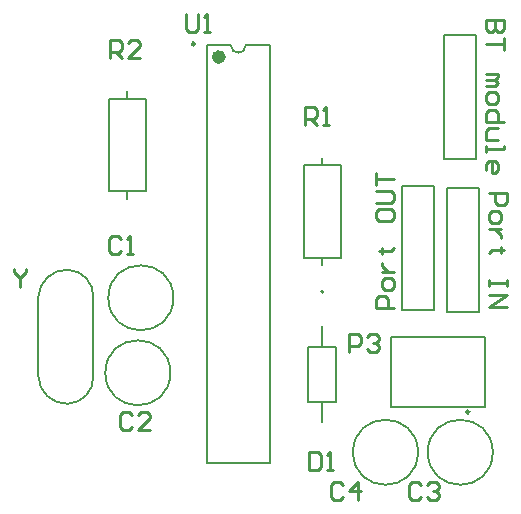
<source format=gto>
G04*
G04 #@! TF.GenerationSoftware,Altium Limited,Altium Designer,23.4.1 (23)*
G04*
G04 Layer_Color=65535*
%FSLAX44Y44*%
%MOMM*%
G71*
G04*
G04 #@! TF.SameCoordinates,99EBD1B5-C4FE-4FA8-BA42-E2C8A1C5BD1C*
G04*
G04*
G04 #@! TF.FilePolarity,Positive*
G04*
G01*
G75*
%ADD10C,0.1500*%
%ADD11C,0.2500*%
%ADD12C,0.2000*%
%ADD13C,0.6000*%
%ADD14C,0.1270*%
%ADD15C,0.2540*%
D10*
X357860Y59690D02*
G03*
X357860Y59690I-27500J0D01*
G01*
X421200D02*
G03*
X421200Y59690I-27500J0D01*
G01*
X148150Y127000D02*
G03*
X148150Y127000I-27500J0D01*
G01*
X150690Y190500D02*
G03*
X150690Y190500I-27500J0D01*
G01*
D11*
X401300Y93810D02*
G03*
X401300Y93810I-1250J0D01*
G01*
X168890Y405430D02*
G03*
X168890Y405430I-1250J0D01*
G01*
D12*
X277860Y195650D02*
G03*
X277860Y195650I-1000J0D01*
G01*
X199390Y404330D02*
G03*
X212090Y404330I6350J0D01*
G01*
X334850Y98060D02*
X414450D01*
Y157560D01*
X334850D02*
X414450D01*
X334850Y98060D02*
Y157560D01*
X382790Y178840D02*
X409690D01*
Y283440D01*
X382790D02*
X409690D01*
X382790Y178840D02*
Y283440D01*
X344690Y180110D02*
X371590D01*
Y284710D01*
X344690D02*
X371590D01*
X344690Y180110D02*
Y284710D01*
X380250Y308380D02*
X407150D01*
Y412980D01*
X380250D02*
X407150D01*
X380250Y308380D02*
Y412980D01*
X276860Y218010D02*
Y224510D01*
Y302510D02*
Y309010D01*
X261360Y302510D02*
X292360D01*
X261360Y224510D02*
Y302510D01*
Y224510D02*
X292360D01*
Y302510D01*
X179240Y50330D02*
X232240D01*
X212090Y404330D02*
X232240D01*
X179240D02*
X199390D01*
X232240Y50330D02*
Y404330D01*
X179240Y50330D02*
Y404330D01*
X111760Y359040D02*
Y365540D01*
Y274540D02*
Y281040D01*
X96260D02*
X127260D01*
Y359040D01*
X96260D02*
X127260D01*
X96260Y281040D02*
Y359040D01*
D13*
X192240Y394330D02*
G03*
X192240Y394330I-3000J0D01*
G01*
D14*
X82992Y191048D02*
G03*
X61372Y214232I-22402J782D01*
G01*
Y100728D02*
G03*
X82992Y123912I-782J22402D01*
G01*
X36388Y124037D02*
G03*
X61383Y100728I24152J843D01*
G01*
Y214232D02*
G03*
X36388Y190923I-843J-24152D01*
G01*
X276860Y148905D02*
Y166550D01*
Y84910D02*
Y102555D01*
X288660D02*
Y148905D01*
X265060Y102555D02*
Y148905D01*
X276860D02*
X288660D01*
X265060D02*
X276860D01*
X265060Y102555D02*
X276860D01*
X288660D01*
X82990Y123980D02*
Y190980D01*
X36390Y123980D02*
Y190980D01*
D15*
X294641Y31748D02*
X292102Y34288D01*
X287023D01*
X284484Y31748D01*
Y21592D01*
X287023Y19052D01*
X292102D01*
X294641Y21592D01*
X307337Y19052D02*
Y34288D01*
X299719Y26670D01*
X309876D01*
X360681Y31748D02*
X358142Y34288D01*
X353063D01*
X350524Y31748D01*
Y21592D01*
X353063Y19052D01*
X358142D01*
X360681Y21592D01*
X365759Y31748D02*
X368298Y34288D01*
X373377D01*
X375916Y31748D01*
Y29209D01*
X373377Y26670D01*
X370838D01*
X373377D01*
X375916Y24131D01*
Y21592D01*
X373377Y19052D01*
X368298D01*
X365759Y21592D01*
X115571Y91438D02*
X113032Y93977D01*
X107953D01*
X105414Y91438D01*
Y81282D01*
X107953Y78742D01*
X113032D01*
X115571Y81282D01*
X130806Y78742D02*
X120649D01*
X130806Y88899D01*
Y91438D01*
X128267Y93977D01*
X123188D01*
X120649Y91438D01*
X299724Y144782D02*
Y160018D01*
X307342D01*
X309881Y157478D01*
Y152400D01*
X307342Y149861D01*
X299724D01*
X314959Y157478D02*
X317498Y160018D01*
X322577D01*
X325116Y157478D01*
Y154939D01*
X322577Y152400D01*
X320037D01*
X322577D01*
X325116Y149861D01*
Y147322D01*
X322577Y144782D01*
X317498D01*
X314959Y147322D01*
X417832Y279384D02*
X433068D01*
Y271767D01*
X430528Y269228D01*
X425450D01*
X422911Y271767D01*
Y279384D01*
X417832Y261610D02*
Y256532D01*
X420372Y253993D01*
X425450D01*
X427989Y256532D01*
Y261610D01*
X425450Y264149D01*
X420372D01*
X417832Y261610D01*
X427989Y248914D02*
X417832D01*
X422911D01*
X425450Y246375D01*
X427989Y243836D01*
Y241297D01*
X430528Y231140D02*
X427989D01*
Y233679D01*
Y228601D01*
Y231140D01*
X420372D01*
X417832Y228601D01*
X433068Y205748D02*
Y200670D01*
Y203209D01*
X417832D01*
Y205748D01*
Y200670D01*
Y193052D02*
X433068D01*
X417832Y182896D01*
X433068D01*
X337817Y181628D02*
X322583D01*
Y189246D01*
X325122Y191785D01*
X330200D01*
X332739Y189246D01*
Y181628D01*
X337817Y199403D02*
Y204481D01*
X335278Y207020D01*
X330200D01*
X327661Y204481D01*
Y199403D01*
X330200Y196864D01*
X335278D01*
X337817Y199403D01*
X327661Y212099D02*
X337817D01*
X332739D01*
X330200Y214638D01*
X327661Y217177D01*
Y219716D01*
X325122Y229873D02*
X327661D01*
Y227334D01*
Y232412D01*
Y229873D01*
X335278D01*
X337817Y232412D01*
X322583Y262882D02*
Y257804D01*
X325122Y255265D01*
X335278D01*
X337817Y257804D01*
Y262882D01*
X335278Y265421D01*
X325122D01*
X322583Y262882D01*
Y270500D02*
X335278D01*
X337817Y273039D01*
Y278117D01*
X335278Y280657D01*
X322583D01*
Y285735D02*
Y295891D01*
Y290813D01*
X337817D01*
X430528Y425429D02*
X415293D01*
Y417812D01*
X417832Y415272D01*
X420371D01*
X422910Y417812D01*
Y425429D01*
Y417812D01*
X425449Y415272D01*
X427988D01*
X430528Y417812D01*
Y425429D01*
Y410194D02*
Y400037D01*
Y405116D01*
X415293D01*
Y379724D02*
X425449D01*
Y377185D01*
X422910Y374646D01*
X415293D01*
X422910D01*
X425449Y372106D01*
X422910Y369567D01*
X415293D01*
Y361950D02*
Y356871D01*
X417832Y354332D01*
X422910D01*
X425449Y356871D01*
Y361950D01*
X422910Y364489D01*
X417832D01*
X415293Y361950D01*
X430528Y339097D02*
X415293D01*
Y346715D01*
X417832Y349254D01*
X422910D01*
X425449Y346715D01*
Y339097D01*
Y334019D02*
X417832D01*
X415293Y331479D01*
Y323862D01*
X425449D01*
X415293Y318783D02*
Y313705D01*
Y316244D01*
X430528D01*
Y318783D01*
X415293Y298470D02*
Y303548D01*
X417832Y306088D01*
X422910D01*
X425449Y303548D01*
Y298470D01*
X422910Y295931D01*
X420371D01*
Y306088D01*
X265433Y59688D02*
Y44453D01*
X273051D01*
X275590Y46992D01*
Y57148D01*
X273051Y59688D01*
X265433D01*
X280668Y44453D02*
X285747D01*
X283208D01*
Y59688D01*
X280668Y57148D01*
X261874Y336550D02*
Y351785D01*
X269492D01*
X272031Y349246D01*
Y344168D01*
X269492Y341628D01*
X261874D01*
X266952D02*
X272031Y336550D01*
X277109D02*
X282187D01*
X279648D01*
Y351785D01*
X277109Y349246D01*
X161544Y430779D02*
Y418083D01*
X164083Y415544D01*
X169161D01*
X171701Y418083D01*
Y430779D01*
X176779Y415544D02*
X181857D01*
X179318D01*
Y430779D01*
X176779Y428240D01*
X96774Y393192D02*
Y408427D01*
X104391D01*
X106931Y405888D01*
Y400810D01*
X104391Y398270D01*
X96774D01*
X101852D02*
X106931Y393192D01*
X122166D02*
X112009D01*
X122166Y403349D01*
Y405888D01*
X119627Y408427D01*
X114548D01*
X112009Y405888D01*
X106423Y240280D02*
X103883Y242819D01*
X98805D01*
X96266Y240280D01*
Y230123D01*
X98805Y227584D01*
X103883D01*
X106423Y230123D01*
X111501Y227584D02*
X116579D01*
X114040D01*
Y242819D01*
X111501Y240280D01*
X15748Y215133D02*
Y212594D01*
X20826Y207516D01*
X25905Y212594D01*
Y215133D01*
X20826Y207516D02*
Y199898D01*
M02*

</source>
